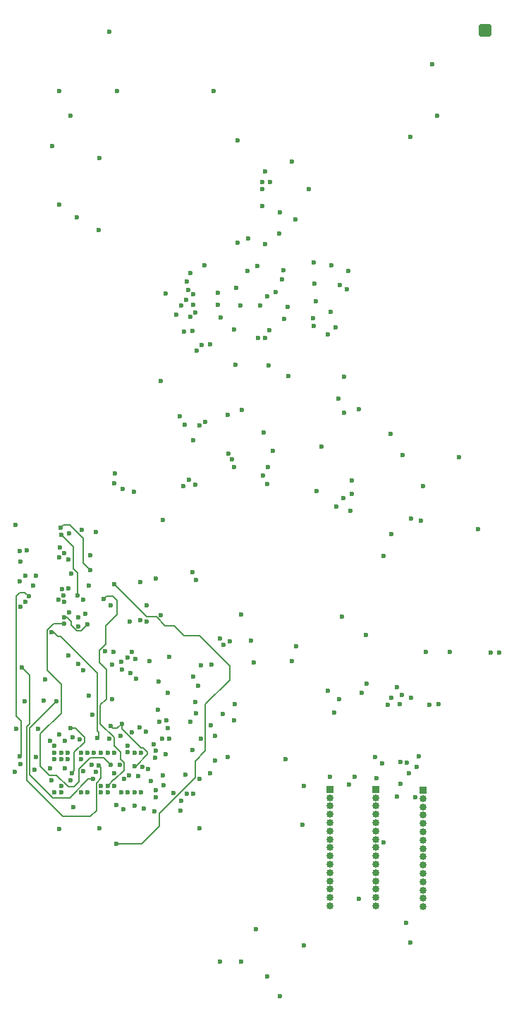
<source format=gbr>
%TF.GenerationSoftware,KiCad,Pcbnew,8.0.2*%
%TF.CreationDate,2024-06-29T15:52:21+02:00*%
%TF.ProjectId,Undroid,556e6472-6f69-4642-9e6b-696361645f70,rev?*%
%TF.SameCoordinates,Original*%
%TF.FileFunction,Copper,L5,Inr*%
%TF.FilePolarity,Positive*%
%FSLAX46Y46*%
G04 Gerber Fmt 4.6, Leading zero omitted, Abs format (unit mm)*
G04 Created by KiCad (PCBNEW 8.0.2) date 2024-06-29 15:52:21*
%MOMM*%
%LPD*%
G01*
G04 APERTURE LIST*
G04 Aperture macros list*
%AMRoundRect*
0 Rectangle with rounded corners*
0 $1 Rounding radius*
0 $2 $3 $4 $5 $6 $7 $8 $9 X,Y pos of 4 corners*
0 Add a 4 corners polygon primitive as box body*
4,1,4,$2,$3,$4,$5,$6,$7,$8,$9,$2,$3,0*
0 Add four circle primitives for the rounded corners*
1,1,$1+$1,$2,$3*
1,1,$1+$1,$4,$5*
1,1,$1+$1,$6,$7*
1,1,$1+$1,$8,$9*
0 Add four rect primitives between the rounded corners*
20,1,$1+$1,$2,$3,$4,$5,0*
20,1,$1+$1,$4,$5,$6,$7,0*
20,1,$1+$1,$6,$7,$8,$9,0*
20,1,$1+$1,$8,$9,$2,$3,0*%
G04 Aperture macros list end*
%TA.AperFunction,ComponentPad*%
%ADD10R,0.850000X0.850000*%
%TD*%
%TA.AperFunction,ComponentPad*%
%ADD11O,0.850000X0.850000*%
%TD*%
%TA.AperFunction,ComponentPad*%
%ADD12RoundRect,0.246063X-0.503937X-0.503937X0.503937X-0.503937X0.503937X0.503937X-0.503937X0.503937X0*%
%TD*%
%TA.AperFunction,ViaPad*%
%ADD13C,0.600000*%
%TD*%
%TA.AperFunction,Conductor*%
%ADD14C,0.200000*%
%TD*%
G04 APERTURE END LIST*
D10*
%TO.N,RED_V*%
%TO.C,MBCI_VIDEO1*%
X175600000Y-126800000D03*
D11*
%TO.N,GREEN_V*%
X175600000Y-127800000D03*
%TO.N,BLUE_V*%
X175600000Y-128800000D03*
%TO.N,ALPHA_V*%
X175600000Y-129800000D03*
%TO.N,HSYNC_V*%
X175600000Y-130800000D03*
%TO.N,VSYNC_V*%
X175600000Y-131800000D03*
%TO.N,unconnected-(MBCI_VIDEO1-Pin_7-Pad7)*%
X175600000Y-132800000D03*
%TO.N,3.3V*%
X175600000Y-133800000D03*
%TO.N,unconnected-(MBCI_VIDEO1-Pin_9-Pad9)*%
X175600000Y-134800000D03*
%TO.N,unconnected-(MBCI_VIDEO1-Pin_10-Pad10)*%
X175600000Y-135800000D03*
%TO.N,CLK*%
X175600000Y-136800000D03*
%TO.N,unconnected-(MBCI_VIDEO1-Pin_12-Pad12)*%
X175600000Y-137800000D03*
%TO.N,unconnected-(MBCI_VIDEO1-Pin_13-Pad13)*%
X175600000Y-138800000D03*
%TO.N,unconnected-(MBCI_VIDEO1-Pin_14-Pad14)*%
X175600000Y-139800000D03*
%TO.N,GND*%
X175600000Y-140800000D03*
%TD*%
D10*
%TO.N,UBOOT*%
%TO.C,MBCI_IO1*%
X164400000Y-126700000D03*
D11*
%TO.N,RESET_N*%
X164400000Y-127700000D03*
%TO.N,RTC_IN*%
X164400000Y-128700000D03*
%TO.N,CONN_NMI_N*%
X164400000Y-129700000D03*
%TO.N,UBOOT_MBCI*%
X164400000Y-130700000D03*
%TO.N,GSM_PWR_N*%
X164400000Y-131700000D03*
%TO.N,GSM_RST_N*%
X164400000Y-132700000D03*
%TO.N,3.3V*%
X164400000Y-133700000D03*
%TO.N,unconnected-(MBCI_IO1-Pin_9-Pad9)*%
X164400000Y-134700000D03*
%TO.N,unconnected-(MBCI_IO1-Pin_10-Pad10)*%
X164400000Y-135700000D03*
%TO.N,CLK*%
X164400000Y-136700000D03*
%TO.N,unconnected-(MBCI_IO1-Pin_12-Pad12)*%
X164400000Y-137700000D03*
%TO.N,unconnected-(MBCI_IO1-Pin_13-Pad13)*%
X164400000Y-138700000D03*
%TO.N,unconnected-(MBCI_IO1-Pin_14-Pad14)*%
X164400000Y-139700000D03*
%TO.N,GND*%
X164400000Y-140700000D03*
%TD*%
D12*
%TO.N,Net-(ANT1-A)*%
%TO.C,ANT1*%
X183000000Y-35600000D03*
%TD*%
D10*
%TO.N,DAT0_N*%
%TO.C,MBCI_NETWORK1*%
X169900000Y-126700000D03*
D11*
%TO.N,DAT1_N*%
X169900000Y-127700000D03*
%TO.N,DAT2_N*%
X169900000Y-128700000D03*
%TO.N,DAT3_N*%
X169900000Y-129700000D03*
%TO.N,DAT4_N*%
X169900000Y-130700000D03*
%TO.N,AVAIL_N*%
X169900000Y-131700000D03*
%TO.N,unconnected-(MBCI_NETWORK1-Pin_7-Pad7)*%
X169900000Y-132700000D03*
%TO.N,3.3V*%
X169900000Y-133700000D03*
%TO.N,unconnected-(MBCI_NETWORK1-Pin_9-Pad9)*%
X169900000Y-134700000D03*
%TO.N,unconnected-(MBCI_NETWORK1-Pin_10-Pad10)*%
X169900000Y-135700000D03*
%TO.N,CLK*%
X169900000Y-136700000D03*
%TO.N,unconnected-(MBCI_NETWORK1-Pin_12-Pad12)*%
X169900000Y-137700000D03*
%TO.N,unconnected-(MBCI_NETWORK1-Pin_13-Pad13)*%
X169900000Y-138700000D03*
%TO.N,unconnected-(MBCI_NETWORK1-Pin_14-Pad14)*%
X169900000Y-139700000D03*
%TO.N,GND*%
X169900000Y-140700000D03*
%TD*%
D13*
%TO.N,Net-(BRIDGE_CHIP1-GND-Pad14)*%
X147600000Y-70000000D03*
X150924500Y-67127100D03*
X148000000Y-67300000D03*
X155990900Y-68647400D03*
X144700000Y-67200000D03*
%TO.N,GND*%
X175875000Y-110250000D03*
X156300000Y-56675000D03*
X146447909Y-129252091D03*
X178800000Y-110250000D03*
X162570091Y-66035909D03*
X184700000Y-110275000D03*
X161250000Y-145423873D03*
X131025000Y-49500000D03*
X160300000Y-109500000D03*
X147400000Y-66800000D03*
X150200000Y-111700000D03*
X151175000Y-147375000D03*
X162467217Y-63482783D03*
X154900000Y-108900000D03*
X183675000Y-110275000D03*
X159800000Y-111300000D03*
X165800000Y-106000000D03*
X156875000Y-149175000D03*
X168700000Y-108200000D03*
X148750000Y-131350000D03*
%TO.N,CTS1*%
X165165200Y-92784300D03*
X144100000Y-77700000D03*
X156855500Y-90072400D03*
X151307000Y-70059200D03*
%TO.N,TX1*%
X156946500Y-88023200D03*
X150938400Y-68520700D03*
X166979200Y-91222200D03*
X150002400Y-73340400D03*
%TO.N,GSM_RST*%
X173095100Y-86587800D03*
X175581600Y-90346400D03*
%TO.N,GSM_VPP*%
X174082800Y-48377000D03*
X164131900Y-72110200D03*
%TO.N,RX1*%
X146531200Y-68655900D03*
X156358600Y-89053200D03*
X165988000Y-91791600D03*
X147986400Y-68555900D03*
X146900000Y-71800000D03*
X148368500Y-74101300D03*
%TO.N,GSM_GPIO_1*%
X157853400Y-67014400D03*
X171756400Y-96116300D03*
X149000000Y-73400000D03*
X147200621Y-65753597D03*
X147900000Y-71700000D03*
X182164700Y-95478100D03*
%TO.N,RI1*%
X166979700Y-89663400D03*
X157494100Y-86101800D03*
%TO.N,RTS1*%
X147100000Y-68000000D03*
X161885600Y-54670300D03*
X171717200Y-84048300D03*
X166881600Y-93241000D03*
%TO.N,GSM_IO*%
X164497400Y-69447900D03*
X177227300Y-45856900D03*
X175349000Y-94463500D03*
%TO.N,Net-(DDR_RAM1-VSSQ-PadB1)*%
X126539600Y-124575100D03*
X132900000Y-122300000D03*
X131300000Y-121500000D03*
X130744300Y-120846100D03*
X127232700Y-123713600D03*
%TO.N,SD2_F1*%
X154519500Y-64485700D03*
X153300300Y-61147800D03*
%TO.N,A12{slash}BC_N*%
X173874000Y-124793600D03*
X141836200Y-123975100D03*
X144224900Y-120598600D03*
X143883900Y-118585900D03*
X134167100Y-111687077D03*
X144689100Y-122456700D03*
%TO.N,A3*%
X148900000Y-111800000D03*
X143800000Y-113800000D03*
X163400000Y-85600000D03*
X162800000Y-90900000D03*
X140600000Y-110200000D03*
X142700000Y-111300000D03*
X166100000Y-77200000D03*
X140100000Y-127100000D03*
X148300000Y-117600000D03*
%TO.N,A0*%
X153680800Y-68678900D03*
X138035900Y-104589000D03*
X138542300Y-88825800D03*
X140108059Y-110891941D03*
X140450500Y-112792400D03*
X139271000Y-120292900D03*
X140284000Y-125024600D03*
%TO.N,A4*%
X145905600Y-69783100D03*
X147655000Y-64790300D03*
X158820700Y-64452800D03*
X140900000Y-122300000D03*
X134800000Y-112400000D03*
X134978900Y-105670500D03*
%TO.N,SD2_F2*%
X157056400Y-75839600D03*
X149386100Y-82605800D03*
%TO.N,SD3_F1*%
X156240900Y-53787400D03*
X159278800Y-68812700D03*
%TO.N,SD1_F2*%
X148207700Y-69521500D03*
X131874300Y-56552600D03*
%TO.N,SD_DAT1*%
X137904200Y-35787300D03*
X150431600Y-42920700D03*
%TO.N,A5*%
X140900000Y-127100000D03*
X165400000Y-79800000D03*
X141587200Y-106410700D03*
%TO.N,SD_CMD*%
X149358400Y-63781400D03*
X133219400Y-45858500D03*
%TO.N,A8*%
X143256300Y-121286400D03*
X136243700Y-95847900D03*
X138236500Y-115904500D03*
X162665200Y-68124700D03*
%TO.N,A6*%
X141700000Y-122300000D03*
X158643900Y-65548600D03*
X134600300Y-95571000D03*
%TO.N,SD0_F1*%
X157113600Y-71569100D03*
X157208600Y-53829000D03*
%TO.N,A14*%
X141143100Y-113438200D03*
X139348500Y-111376000D03*
X147660000Y-118638000D03*
X137400000Y-110148400D03*
X147906700Y-121973700D03*
X173629100Y-123550000D03*
X143477700Y-122038200D03*
%TO.N,A9*%
X142376400Y-106563600D03*
X145073800Y-110801100D03*
X147013700Y-124967100D03*
X156418000Y-83883300D03*
X142395200Y-104585800D03*
X144350600Y-125007500D03*
%TO.N,SD_CD_OR_DAT3*%
X160279200Y-58306500D03*
X159845800Y-51365700D03*
X158923700Y-70293300D03*
X131907100Y-42919100D03*
%TO.N,CMD_F1*%
X155633800Y-63924400D03*
X158420100Y-57498200D03*
%TO.N,A1*%
X139420400Y-112317100D03*
X153000000Y-116500000D03*
X138056600Y-119098100D03*
X139400200Y-118816300D03*
X144956800Y-115129100D03*
X166417491Y-66682509D03*
X158275000Y-59995100D03*
X166588600Y-64481100D03*
X140969000Y-123903300D03*
X143762700Y-117125100D03*
X156602800Y-61242200D03*
X147931200Y-113179300D03*
X148199700Y-116264000D03*
X152333900Y-108966100D03*
X164591400Y-63839200D03*
%TO.N,A13*%
X142846600Y-125667500D03*
X142303100Y-119811200D03*
X172877300Y-123382500D03*
X150584700Y-123291500D03*
X150585300Y-120326500D03*
%TO.N,A7*%
X144100000Y-105800000D03*
X165039600Y-71258800D03*
X141700000Y-127100000D03*
X143475300Y-101396800D03*
%TO.N,SD1_F1*%
X156586900Y-72497600D03*
X156249200Y-54668700D03*
%TO.N,A10{slash}AP*%
X135436400Y-102273400D03*
X134737900Y-103990600D03*
X147978200Y-84811700D03*
X139122100Y-123794600D03*
X134181400Y-106075600D03*
X146347000Y-81910800D03*
X155743500Y-72497600D03*
%TO.N,SD_DAT2*%
X162482800Y-71106200D03*
X148717200Y-83000100D03*
%TO.N,A11*%
X153011000Y-75718800D03*
X146972300Y-82971600D03*
X152839300Y-88002200D03*
X152217300Y-86422000D03*
X151605400Y-109392700D03*
X152110800Y-122852000D03*
X153738100Y-105743200D03*
X170638300Y-123581500D03*
X138479600Y-89962700D03*
X142578100Y-124311400D03*
%TO.N,SD_DAT0*%
X153341200Y-48794700D03*
X138791600Y-42919100D03*
%TO.N,A2*%
X141364700Y-125156000D03*
X141000000Y-111100000D03*
X147952800Y-127228200D03*
X149999600Y-124785800D03*
X166129100Y-81532500D03*
X147200100Y-127195500D03*
X150109800Y-118985300D03*
X151191400Y-108588000D03*
%TO.N,CMD_F2*%
X154611100Y-60628800D03*
X136624300Y-59590300D03*
%TO.N,RAM_ODT*%
X148566000Y-114301000D03*
X151505400Y-117631100D03*
%TO.N,DQ02*%
X126600000Y-95000000D03*
X134500000Y-127100000D03*
X136700000Y-131400000D03*
%TO.N,RAM_LDQS*%
X133375000Y-124750000D03*
X133298591Y-100776409D03*
X133257700Y-119392600D03*
X128782300Y-102223300D03*
X133000000Y-110608700D03*
X133108900Y-105476600D03*
%TO.N,Net-(DDR_RAM1-VSS-PadA9)*%
X143367700Y-122875200D03*
X143451400Y-127622700D03*
X135300000Y-122300000D03*
X136900000Y-122300000D03*
X142016900Y-129044000D03*
X145563000Y-127116700D03*
X130973500Y-125645300D03*
X140912300Y-128668100D03*
X133582000Y-128821700D03*
X138698900Y-128556100D03*
X136900000Y-127100000D03*
X140640600Y-119906100D03*
%TO.N,RAM_UDQS_N*%
X132500000Y-98400000D03*
X131300000Y-123100000D03*
%TO.N,DQ05*%
X136050000Y-122325000D03*
X130975000Y-107850000D03*
X136475000Y-120525000D03*
%TO.N,RAM_CKE*%
X135853900Y-117788600D03*
X137853200Y-120664700D03*
%TO.N,DQ08*%
X132400000Y-103425000D03*
X132900000Y-123100000D03*
X132600000Y-120900000D03*
%TO.N,RAM_CK_N*%
X132471100Y-106850000D03*
X138091500Y-123792000D03*
%TO.N,DQ10*%
X132940593Y-102581589D03*
X132498591Y-104223591D03*
X132100000Y-122300000D03*
%TO.N,RAM_BA2*%
X159439600Y-77142100D03*
X153128600Y-66520500D03*
X174635600Y-127620100D03*
X156878500Y-67515300D03*
X170827400Y-133061000D03*
X147466400Y-89526200D03*
X139663700Y-125467400D03*
X141584500Y-101808700D03*
X173541600Y-142764800D03*
X148285800Y-101584800D03*
%TO.N,RAM_LDQS_N*%
X134800000Y-124500000D03*
X132200000Y-102700000D03*
%TO.N,DQ13*%
X131911200Y-98910300D03*
X127100100Y-101783300D03*
%TO.N,ZQ*%
X135600000Y-100400000D03*
X132075000Y-95350000D03*
X138500000Y-122300000D03*
%TO.N,DQ00*%
X133253400Y-125659700D03*
X127800000Y-101100000D03*
X128225000Y-103550000D03*
X127100000Y-98100000D03*
X128879100Y-124326900D03*
X127175000Y-122750000D03*
%TO.N,RAM_CAS_N*%
X137700000Y-126300000D03*
X137200000Y-103900000D03*
%TO.N,DQ14*%
X130150000Y-113550000D03*
X131300000Y-122300000D03*
X131798768Y-103953867D03*
%TO.N,DQ01*%
X134500000Y-123100000D03*
X127250000Y-104775000D03*
X132550000Y-124150000D03*
%TO.N,RAM_WE_N*%
X138500000Y-124800000D03*
X138500000Y-126300000D03*
X138400000Y-110200000D03*
%TO.N,DQ06*%
X126732141Y-119467859D03*
X135300000Y-127100000D03*
%TO.N,RAM_UDQS*%
X132100000Y-123100000D03*
X135625000Y-98575000D03*
%TO.N,RAM_CK*%
X133524300Y-120483700D03*
X136315600Y-124596200D03*
%TO.N,RAM_BA0*%
X140343200Y-106590400D03*
X153847200Y-81178500D03*
X175091600Y-122787100D03*
X139300000Y-127100000D03*
%TO.N,RAM_RAS_N*%
X138475000Y-102125000D03*
X138750000Y-133275000D03*
X136900000Y-126300000D03*
%TO.N,DQ15*%
X129349800Y-119485200D03*
X129053800Y-101047800D03*
%TO.N,DQ07*%
X127400000Y-112100000D03*
X129995000Y-116042700D03*
X136600000Y-123850000D03*
%TO.N,DQ04*%
X135986100Y-125497300D03*
X134107400Y-103409100D03*
X131550000Y-116125000D03*
X132125000Y-96150000D03*
%TO.N,DQ11*%
X133100000Y-96000000D03*
X132100000Y-127100000D03*
X132000000Y-97675000D03*
%TO.N,DQ03*%
X131875000Y-120150000D03*
X134500000Y-122300000D03*
%TO.N,DQ12*%
X129059800Y-122822300D03*
X127853851Y-104204898D03*
X130814600Y-124217900D03*
X127750000Y-116175000D03*
%TO.N,Net-(DDR_RAM1-VDD-PadB2)*%
X144376700Y-126206900D03*
X148701400Y-125495700D03*
X144885300Y-119342400D03*
X131300000Y-127100000D03*
X137700000Y-127100000D03*
X135434900Y-115475100D03*
X148881600Y-120598800D03*
X131900000Y-131500000D03*
X139626700Y-129100400D03*
X137700000Y-122300000D03*
X141549600Y-119249300D03*
X143327000Y-129381900D03*
X135801800Y-123758500D03*
X140100000Y-121500000D03*
X145070400Y-120662900D03*
X134346200Y-120741500D03*
%TO.N,RAM_BA1*%
X159097800Y-123051900D03*
X174813200Y-123976200D03*
X139488100Y-90657200D03*
X134197200Y-107132100D03*
X155234000Y-111519400D03*
X152842400Y-71530600D03*
X148239800Y-90133700D03*
X147895100Y-100608400D03*
X170012000Y-125379000D03*
X172863200Y-126055300D03*
X140075000Y-122275000D03*
X144305900Y-94342500D03*
%TO.N,DQ09*%
X127211091Y-99388909D03*
X132100000Y-126300000D03*
%TO.N,RTC_IN*%
X166638600Y-126120300D03*
%TO.N,RAM_RST*%
X143453500Y-126844100D03*
X146538300Y-128094200D03*
%TO.N,UBOOT*%
X161259200Y-126268500D03*
%TO.N,RTC_OUT*%
X134009900Y-58065000D03*
X156563600Y-52567400D03*
X176701400Y-39678700D03*
X146791500Y-90288400D03*
X136685200Y-50913600D03*
%TO.N,GSM_PWR_N*%
X161100000Y-131000000D03*
X174100000Y-94200000D03*
%TO.N,VBUS_USBC*%
X179920700Y-86824300D03*
X167889200Y-81110500D03*
X170827700Y-98737300D03*
%TO.N,DAT4_N*%
X171298200Y-116562100D03*
%TO.N,Net-(GND_R1-Pad2)*%
X153700000Y-147350000D03*
X158375000Y-151525000D03*
%TO.N,HSYNC_V*%
X169812400Y-122847000D03*
X172413300Y-127566300D03*
%TO.N,DAT1_N*%
X167355500Y-125202900D03*
%TO.N,AVAIL_N*%
X171722100Y-115751300D03*
%TO.N,DAT3_N*%
X164159900Y-114840900D03*
X168826100Y-114003900D03*
X164391400Y-125210800D03*
%TO.N,DAT2_N*%
X172422300Y-114461800D03*
X168208200Y-115140500D03*
%TO.N,GSM_RST_N*%
X155500000Y-143500000D03*
X174025000Y-145100000D03*
%TO.N,Net-(MBCI_0-VDD)*%
X167889200Y-139866500D03*
X176322900Y-116530200D03*
X172801400Y-116481700D03*
%TO.N,Net-(C1-Pad2)*%
X177417900Y-116505900D03*
X152920800Y-118461800D03*
%TO.N,CPU_PWR*%
X152642500Y-87098500D03*
X165600900Y-66187900D03*
%TO.N,DRAM_PWR*%
X132475000Y-106100000D03*
X135303709Y-106903709D03*
X128000000Y-98000000D03*
X133000000Y-99100000D03*
X144758600Y-118468300D03*
X138213300Y-111724300D03*
%TO.N,UBOOT_MBCI*%
X173068400Y-115389300D03*
X165490900Y-115889600D03*
%TO.N,RESET_N*%
X152158600Y-81791800D03*
X174171900Y-115743000D03*
X164894900Y-117535700D03*
X140898900Y-91029700D03*
X162333300Y-70190900D03*
%TD*%
D14*
%TO.N,A1*%
X142475000Y-122511418D02*
X142475000Y-122250000D01*
X141975000Y-121750000D02*
X141706682Y-121750000D01*
X141083118Y-123903300D02*
X142475000Y-122511418D01*
X140969000Y-123903300D02*
X141083118Y-123903300D01*
X141706682Y-121750000D02*
X139400200Y-119443518D01*
X142475000Y-122250000D02*
X141975000Y-121750000D01*
X139400200Y-119443518D02*
X139400200Y-118816300D01*
X138866500Y-119350000D02*
X138308500Y-119350000D01*
X139400200Y-118816300D02*
X138866500Y-119350000D01*
X138308500Y-119350000D02*
X138056600Y-119098100D01*
%TO.N,RAM_LDQS*%
X133257700Y-119392600D02*
X133842600Y-119392600D01*
X133700000Y-122250000D02*
X133700000Y-124425000D01*
X134896200Y-120446200D02*
X134896200Y-121053800D01*
X134896200Y-121053800D02*
X133700000Y-122250000D01*
X133842600Y-119392600D02*
X134896200Y-120446200D01*
X133700000Y-124425000D02*
X133375000Y-124750000D01*
%TO.N,DQ05*%
X131725000Y-108375000D02*
X132075000Y-108375000D01*
X131200000Y-107850000D02*
X131725000Y-108375000D01*
X136450000Y-119675000D02*
X136625000Y-119850000D01*
X136450000Y-112750000D02*
X136450000Y-119675000D01*
X136625000Y-120325000D02*
X136475000Y-120475000D01*
X130975000Y-107850000D02*
X131200000Y-107850000D01*
X136625000Y-119850000D02*
X136625000Y-120325000D01*
X132075000Y-108375000D02*
X136450000Y-112750000D01*
%TO.N,RAM_CK_N*%
X130425000Y-107622182D02*
X130425000Y-112425000D01*
X131197182Y-106850000D02*
X130425000Y-107622182D01*
X129609800Y-120065200D02*
X129609800Y-123909800D01*
X133677818Y-126400000D02*
X134250000Y-125827818D01*
X130700000Y-125000000D02*
X131577818Y-125000000D01*
X135615200Y-122884800D02*
X137184300Y-122884800D01*
X134250000Y-125827818D02*
X134250000Y-124250000D01*
X132950000Y-126372182D02*
X132950000Y-126400000D01*
X134250000Y-124250000D02*
X135615200Y-122884800D01*
X132471100Y-106850000D02*
X131197182Y-106850000D01*
X132100000Y-117575000D02*
X129609800Y-120065200D01*
X137184300Y-122884800D02*
X138091500Y-123792000D01*
X132950000Y-126400000D02*
X133677818Y-126400000D01*
X130425000Y-112425000D02*
X132100000Y-114100000D01*
X131577818Y-125000000D02*
X132950000Y-126372182D01*
X129609800Y-123909800D02*
X130700000Y-125000000D01*
X132100000Y-114100000D02*
X132100000Y-117575000D01*
%TO.N,ZQ*%
X135600000Y-100400000D02*
X134725000Y-99525000D01*
X132075000Y-95350000D02*
X132050000Y-95350000D01*
X134725000Y-96575000D02*
X133150000Y-95000000D01*
X132075000Y-95325000D02*
X132075000Y-95350000D01*
X134725000Y-96600000D02*
X134725000Y-96575000D01*
X132050000Y-95350000D02*
X132075000Y-95325000D01*
X133150000Y-95000000D02*
X132400000Y-95000000D01*
X134725000Y-99525000D02*
X134725000Y-96600000D01*
X132400000Y-95000000D02*
X132075000Y-95325000D01*
%TO.N,DQ00*%
X126700000Y-103527782D02*
X126700000Y-117921825D01*
X126700000Y-117921825D02*
X127300000Y-118521825D01*
X127300000Y-118521825D02*
X127300000Y-122625000D01*
X127740300Y-103065300D02*
X127162482Y-103065300D01*
X128225000Y-103550000D02*
X127740300Y-103065300D01*
X127162482Y-103065300D02*
X126700000Y-103527782D01*
X127300000Y-122625000D02*
X127175000Y-122750000D01*
%TO.N,RAM_CAS_N*%
X138450000Y-120483682D02*
X138450000Y-121475000D01*
X136825000Y-118858682D02*
X138450000Y-120483682D01*
X138452818Y-121475000D02*
X139250000Y-122272182D01*
X138425000Y-125575000D02*
X137700000Y-126300000D01*
X137550000Y-103550000D02*
X138275000Y-103550000D01*
X138450000Y-121475000D02*
X138452818Y-121475000D01*
X138800000Y-105750000D02*
X137500000Y-107050000D01*
X139672100Y-123522100D02*
X139672100Y-124427900D01*
X137200000Y-103900000D02*
X137550000Y-103550000D01*
X136750000Y-110020582D02*
X136750000Y-111500000D01*
X138525000Y-125575000D02*
X138425000Y-125575000D01*
X139672100Y-124427900D02*
X138525000Y-125575000D01*
X138275000Y-103550000D02*
X138800000Y-104075000D01*
X139250000Y-122272182D02*
X139250000Y-123100000D01*
X137550000Y-115850000D02*
X136825000Y-116575000D01*
X137500000Y-107050000D02*
X137500000Y-109270582D01*
X138800000Y-104075000D02*
X138800000Y-105750000D01*
X136825000Y-116575000D02*
X136825000Y-118858682D01*
X136750000Y-111500000D02*
X137550000Y-112300000D01*
X137500000Y-109270582D02*
X136750000Y-110020582D01*
X137550000Y-112300000D02*
X137550000Y-115850000D01*
X139250000Y-123100000D02*
X139672100Y-123522100D01*
%TO.N,RAM_RAS_N*%
X143877000Y-131098000D02*
X141762500Y-133212500D01*
X143877000Y-129580518D02*
X143877000Y-131098000D01*
X144597182Y-107075000D02*
X145675000Y-107075000D01*
X138475000Y-102125000D02*
X142363600Y-106013600D01*
X148750000Y-108275000D02*
X152350000Y-111875000D01*
X152350000Y-111875000D02*
X152350000Y-113575000D01*
X143535782Y-106013600D02*
X144597182Y-107075000D01*
X149431600Y-122068400D02*
X148200000Y-123300000D01*
X141762500Y-133212500D02*
X141700000Y-133275000D01*
X148200000Y-125257518D02*
X143877000Y-129580518D01*
X146875000Y-108275000D02*
X148750000Y-108275000D01*
X149431600Y-116493400D02*
X149431600Y-122068400D01*
X148200000Y-123300000D02*
X148200000Y-125257518D01*
X142363600Y-106013600D02*
X143535782Y-106013600D01*
X152350000Y-113575000D02*
X149431600Y-116493400D01*
X145675000Y-107075000D02*
X146875000Y-108275000D01*
X141700000Y-133275000D02*
X138750000Y-133275000D01*
%TO.N,DQ07*%
X128300000Y-113000000D02*
X128300000Y-118875000D01*
X127975000Y-119200000D02*
X127975000Y-125650000D01*
X136350000Y-129227818D02*
X136350000Y-125925000D01*
X136865600Y-124115600D02*
X136600000Y-123850000D01*
X132287500Y-129962500D02*
X135615318Y-129962500D01*
X127400000Y-112100000D02*
X128300000Y-113000000D01*
X136865600Y-124140600D02*
X136750000Y-124025000D01*
X136350000Y-125925000D02*
X136865600Y-125409400D01*
X136865600Y-125409400D02*
X136865600Y-124140600D01*
X128300000Y-118875000D02*
X127975000Y-119200000D01*
X127975000Y-125650000D02*
X132287500Y-129962500D01*
X136865600Y-124140600D02*
X136865600Y-124115600D01*
X135615318Y-129962500D02*
X136350000Y-129227818D01*
%TO.N,DQ04*%
X133550000Y-97575000D02*
X133550000Y-100200000D01*
X131100000Y-127700000D02*
X133122182Y-127700000D01*
X132125000Y-96150000D02*
X133550000Y-97575000D01*
X135324882Y-125497300D02*
X135986100Y-125497300D01*
X131550000Y-116125000D02*
X128329100Y-119345900D01*
X134107400Y-100757400D02*
X134107400Y-103409100D01*
X133550000Y-100200000D02*
X134107400Y-100757400D01*
X133122182Y-127700000D02*
X135324882Y-125497300D01*
X128329100Y-119345900D02*
X128329100Y-124929100D01*
X128329100Y-124929100D02*
X131100000Y-127700000D01*
%TO.N,DRAM_PWR*%
X132850000Y-106100000D02*
X133325000Y-106575000D01*
X133325000Y-106575000D02*
X133325000Y-107037718D01*
X133969382Y-107682100D02*
X134525318Y-107682100D01*
X134525318Y-107682100D02*
X135303709Y-106903709D01*
X133325000Y-107037718D02*
X133969382Y-107682100D01*
X132475000Y-106100000D02*
X132850000Y-106100000D01*
%TD*%
M02*

</source>
